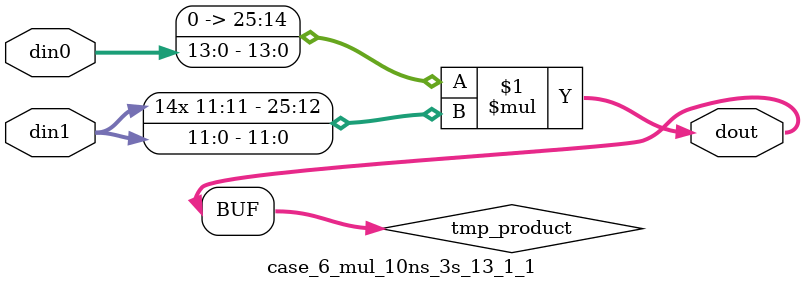
<source format=v>

`timescale 1 ns / 1 ps

 (* use_dsp = "no" *)  module case_6_mul_10ns_3s_13_1_1(din0, din1, dout);
parameter ID = 1;
parameter NUM_STAGE = 0;
parameter din0_WIDTH = 14;
parameter din1_WIDTH = 12;
parameter dout_WIDTH = 26;

input [din0_WIDTH - 1 : 0] din0; 
input [din1_WIDTH - 1 : 0] din1; 
output [dout_WIDTH - 1 : 0] dout;

wire signed [dout_WIDTH - 1 : 0] tmp_product;

























assign tmp_product = $signed({1'b0, din0}) * $signed(din1);










assign dout = tmp_product;





















endmodule

</source>
